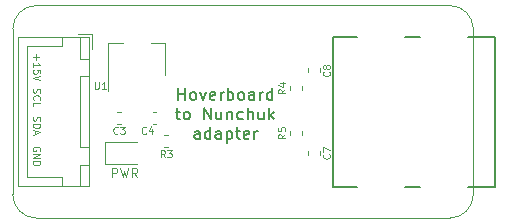
<source format=gto>
G04 #@! TF.GenerationSoftware,KiCad,Pcbnew,(6.0.0-rc1-dev-1-g01c5bdfb8)*
G04 #@! TF.CreationDate,2019-01-02T15:00:54+01:00*
G04 #@! TF.ProjectId,nunchuk_breakout,6E756E6368756B5F627265616B6F7574,rev?*
G04 #@! TF.SameCoordinates,Original*
G04 #@! TF.FileFunction,Legend,Top*
G04 #@! TF.FilePolarity,Positive*
%FSLAX46Y46*%
G04 Gerber Fmt 4.6, Leading zero omitted, Abs format (unit mm)*
G04 Created by KiCad (PCBNEW (6.0.0-rc1-dev-1-g01c5bdfb8)) date Wed Jan  2 15:00:54 2019*
%MOMM*%
%LPD*%
G01*
G04 APERTURE LIST*
%ADD10C,0.150000*%
%ADD11C,0.100000*%
%ADD12C,0.120000*%
G04 APERTURE END LIST*
D10*
X110023809Y-99002380D02*
X110023809Y-98002380D01*
X110023809Y-98478571D02*
X110595238Y-98478571D01*
X110595238Y-99002380D02*
X110595238Y-98002380D01*
X111214285Y-99002380D02*
X111119047Y-98954761D01*
X111071428Y-98907142D01*
X111023809Y-98811904D01*
X111023809Y-98526190D01*
X111071428Y-98430952D01*
X111119047Y-98383333D01*
X111214285Y-98335714D01*
X111357142Y-98335714D01*
X111452380Y-98383333D01*
X111500000Y-98430952D01*
X111547619Y-98526190D01*
X111547619Y-98811904D01*
X111500000Y-98907142D01*
X111452380Y-98954761D01*
X111357142Y-99002380D01*
X111214285Y-99002380D01*
X111880952Y-98335714D02*
X112119047Y-99002380D01*
X112357142Y-98335714D01*
X113119047Y-98954761D02*
X113023809Y-99002380D01*
X112833333Y-99002380D01*
X112738095Y-98954761D01*
X112690476Y-98859523D01*
X112690476Y-98478571D01*
X112738095Y-98383333D01*
X112833333Y-98335714D01*
X113023809Y-98335714D01*
X113119047Y-98383333D01*
X113166666Y-98478571D01*
X113166666Y-98573809D01*
X112690476Y-98669047D01*
X113595238Y-99002380D02*
X113595238Y-98335714D01*
X113595238Y-98526190D02*
X113642857Y-98430952D01*
X113690476Y-98383333D01*
X113785714Y-98335714D01*
X113880952Y-98335714D01*
X114214285Y-99002380D02*
X114214285Y-98002380D01*
X114214285Y-98383333D02*
X114309523Y-98335714D01*
X114500000Y-98335714D01*
X114595238Y-98383333D01*
X114642857Y-98430952D01*
X114690476Y-98526190D01*
X114690476Y-98811904D01*
X114642857Y-98907142D01*
X114595238Y-98954761D01*
X114500000Y-99002380D01*
X114309523Y-99002380D01*
X114214285Y-98954761D01*
X115261904Y-99002380D02*
X115166666Y-98954761D01*
X115119047Y-98907142D01*
X115071428Y-98811904D01*
X115071428Y-98526190D01*
X115119047Y-98430952D01*
X115166666Y-98383333D01*
X115261904Y-98335714D01*
X115404761Y-98335714D01*
X115500000Y-98383333D01*
X115547619Y-98430952D01*
X115595238Y-98526190D01*
X115595238Y-98811904D01*
X115547619Y-98907142D01*
X115500000Y-98954761D01*
X115404761Y-99002380D01*
X115261904Y-99002380D01*
X116452380Y-99002380D02*
X116452380Y-98478571D01*
X116404761Y-98383333D01*
X116309523Y-98335714D01*
X116119047Y-98335714D01*
X116023809Y-98383333D01*
X116452380Y-98954761D02*
X116357142Y-99002380D01*
X116119047Y-99002380D01*
X116023809Y-98954761D01*
X115976190Y-98859523D01*
X115976190Y-98764285D01*
X116023809Y-98669047D01*
X116119047Y-98621428D01*
X116357142Y-98621428D01*
X116452380Y-98573809D01*
X116928571Y-99002380D02*
X116928571Y-98335714D01*
X116928571Y-98526190D02*
X116976190Y-98430952D01*
X117023809Y-98383333D01*
X117119047Y-98335714D01*
X117214285Y-98335714D01*
X117976190Y-99002380D02*
X117976190Y-98002380D01*
X117976190Y-98954761D02*
X117880952Y-99002380D01*
X117690476Y-99002380D01*
X117595238Y-98954761D01*
X117547619Y-98907142D01*
X117500000Y-98811904D01*
X117500000Y-98526190D01*
X117547619Y-98430952D01*
X117595238Y-98383333D01*
X117690476Y-98335714D01*
X117880952Y-98335714D01*
X117976190Y-98383333D01*
X109809523Y-99985714D02*
X110190476Y-99985714D01*
X109952380Y-99652380D02*
X109952380Y-100509523D01*
X110000000Y-100604761D01*
X110095238Y-100652380D01*
X110190476Y-100652380D01*
X110666666Y-100652380D02*
X110571428Y-100604761D01*
X110523809Y-100557142D01*
X110476190Y-100461904D01*
X110476190Y-100176190D01*
X110523809Y-100080952D01*
X110571428Y-100033333D01*
X110666666Y-99985714D01*
X110809523Y-99985714D01*
X110904761Y-100033333D01*
X110952380Y-100080952D01*
X111000000Y-100176190D01*
X111000000Y-100461904D01*
X110952380Y-100557142D01*
X110904761Y-100604761D01*
X110809523Y-100652380D01*
X110666666Y-100652380D01*
X112190476Y-100652380D02*
X112190476Y-99652380D01*
X112761904Y-100652380D01*
X112761904Y-99652380D01*
X113666666Y-99985714D02*
X113666666Y-100652380D01*
X113238095Y-99985714D02*
X113238095Y-100509523D01*
X113285714Y-100604761D01*
X113380952Y-100652380D01*
X113523809Y-100652380D01*
X113619047Y-100604761D01*
X113666666Y-100557142D01*
X114142857Y-99985714D02*
X114142857Y-100652380D01*
X114142857Y-100080952D02*
X114190476Y-100033333D01*
X114285714Y-99985714D01*
X114428571Y-99985714D01*
X114523809Y-100033333D01*
X114571428Y-100128571D01*
X114571428Y-100652380D01*
X115476190Y-100604761D02*
X115380952Y-100652380D01*
X115190476Y-100652380D01*
X115095238Y-100604761D01*
X115047619Y-100557142D01*
X115000000Y-100461904D01*
X115000000Y-100176190D01*
X115047619Y-100080952D01*
X115095238Y-100033333D01*
X115190476Y-99985714D01*
X115380952Y-99985714D01*
X115476190Y-100033333D01*
X115904761Y-100652380D02*
X115904761Y-99652380D01*
X116333333Y-100652380D02*
X116333333Y-100128571D01*
X116285714Y-100033333D01*
X116190476Y-99985714D01*
X116047619Y-99985714D01*
X115952380Y-100033333D01*
X115904761Y-100080952D01*
X117238095Y-99985714D02*
X117238095Y-100652380D01*
X116809523Y-99985714D02*
X116809523Y-100509523D01*
X116857142Y-100604761D01*
X116952380Y-100652380D01*
X117095238Y-100652380D01*
X117190476Y-100604761D01*
X117238095Y-100557142D01*
X117714285Y-100652380D02*
X117714285Y-99652380D01*
X117809523Y-100271428D02*
X118095238Y-100652380D01*
X118095238Y-99985714D02*
X117714285Y-100366666D01*
X111833333Y-102302380D02*
X111833333Y-101778571D01*
X111785714Y-101683333D01*
X111690476Y-101635714D01*
X111500000Y-101635714D01*
X111404761Y-101683333D01*
X111833333Y-102254761D02*
X111738095Y-102302380D01*
X111500000Y-102302380D01*
X111404761Y-102254761D01*
X111357142Y-102159523D01*
X111357142Y-102064285D01*
X111404761Y-101969047D01*
X111500000Y-101921428D01*
X111738095Y-101921428D01*
X111833333Y-101873809D01*
X112738095Y-102302380D02*
X112738095Y-101302380D01*
X112738095Y-102254761D02*
X112642857Y-102302380D01*
X112452380Y-102302380D01*
X112357142Y-102254761D01*
X112309523Y-102207142D01*
X112261904Y-102111904D01*
X112261904Y-101826190D01*
X112309523Y-101730952D01*
X112357142Y-101683333D01*
X112452380Y-101635714D01*
X112642857Y-101635714D01*
X112738095Y-101683333D01*
X113642857Y-102302380D02*
X113642857Y-101778571D01*
X113595238Y-101683333D01*
X113500000Y-101635714D01*
X113309523Y-101635714D01*
X113214285Y-101683333D01*
X113642857Y-102254761D02*
X113547619Y-102302380D01*
X113309523Y-102302380D01*
X113214285Y-102254761D01*
X113166666Y-102159523D01*
X113166666Y-102064285D01*
X113214285Y-101969047D01*
X113309523Y-101921428D01*
X113547619Y-101921428D01*
X113642857Y-101873809D01*
X114119047Y-101635714D02*
X114119047Y-102635714D01*
X114119047Y-101683333D02*
X114214285Y-101635714D01*
X114404761Y-101635714D01*
X114500000Y-101683333D01*
X114547619Y-101730952D01*
X114595238Y-101826190D01*
X114595238Y-102111904D01*
X114547619Y-102207142D01*
X114500000Y-102254761D01*
X114404761Y-102302380D01*
X114214285Y-102302380D01*
X114119047Y-102254761D01*
X114880952Y-101635714D02*
X115261904Y-101635714D01*
X115023809Y-101302380D02*
X115023809Y-102159523D01*
X115071428Y-102254761D01*
X115166666Y-102302380D01*
X115261904Y-102302380D01*
X115976190Y-102254761D02*
X115880952Y-102302380D01*
X115690476Y-102302380D01*
X115595238Y-102254761D01*
X115547619Y-102159523D01*
X115547619Y-101778571D01*
X115595238Y-101683333D01*
X115690476Y-101635714D01*
X115880952Y-101635714D01*
X115976190Y-101683333D01*
X116023809Y-101778571D01*
X116023809Y-101873809D01*
X115547619Y-101969047D01*
X116452380Y-102302380D02*
X116452380Y-101635714D01*
X116452380Y-101826190D02*
X116500000Y-101730952D01*
X116547619Y-101683333D01*
X116642857Y-101635714D01*
X116738095Y-101635714D01*
D11*
X98300000Y-103292857D02*
X98328571Y-103235714D01*
X98328571Y-103150000D01*
X98300000Y-103064285D01*
X98242857Y-103007142D01*
X98185714Y-102978571D01*
X98071428Y-102950000D01*
X97985714Y-102950000D01*
X97871428Y-102978571D01*
X97814285Y-103007142D01*
X97757142Y-103064285D01*
X97728571Y-103150000D01*
X97728571Y-103207142D01*
X97757142Y-103292857D01*
X97785714Y-103321428D01*
X97985714Y-103321428D01*
X97985714Y-103207142D01*
X97728571Y-103578571D02*
X98328571Y-103578571D01*
X97728571Y-103921428D01*
X98328571Y-103921428D01*
X97728571Y-104207142D02*
X98328571Y-104207142D01*
X98328571Y-104350000D01*
X98300000Y-104435714D01*
X98242857Y-104492857D01*
X98185714Y-104521428D01*
X98071428Y-104550000D01*
X97985714Y-104550000D01*
X97871428Y-104521428D01*
X97814285Y-104492857D01*
X97757142Y-104435714D01*
X97728571Y-104350000D01*
X97728571Y-104207142D01*
X97757142Y-100421428D02*
X97728571Y-100507142D01*
X97728571Y-100650000D01*
X97757142Y-100707142D01*
X97785714Y-100735714D01*
X97842857Y-100764285D01*
X97900000Y-100764285D01*
X97957142Y-100735714D01*
X97985714Y-100707142D01*
X98014285Y-100650000D01*
X98042857Y-100535714D01*
X98071428Y-100478571D01*
X98100000Y-100450000D01*
X98157142Y-100421428D01*
X98214285Y-100421428D01*
X98271428Y-100450000D01*
X98300000Y-100478571D01*
X98328571Y-100535714D01*
X98328571Y-100678571D01*
X98300000Y-100764285D01*
X97728571Y-101021428D02*
X98328571Y-101021428D01*
X98328571Y-101164285D01*
X98300000Y-101250000D01*
X98242857Y-101307142D01*
X98185714Y-101335714D01*
X98071428Y-101364285D01*
X97985714Y-101364285D01*
X97871428Y-101335714D01*
X97814285Y-101307142D01*
X97757142Y-101250000D01*
X97728571Y-101164285D01*
X97728571Y-101021428D01*
X97900000Y-101592857D02*
X97900000Y-101878571D01*
X97728571Y-101535714D02*
X98328571Y-101735714D01*
X97728571Y-101935714D01*
X97757142Y-98035714D02*
X97728571Y-98121428D01*
X97728571Y-98264285D01*
X97757142Y-98321428D01*
X97785714Y-98350000D01*
X97842857Y-98378571D01*
X97900000Y-98378571D01*
X97957142Y-98350000D01*
X97985714Y-98321428D01*
X98014285Y-98264285D01*
X98042857Y-98150000D01*
X98071428Y-98092857D01*
X98100000Y-98064285D01*
X98157142Y-98035714D01*
X98214285Y-98035714D01*
X98271428Y-98064285D01*
X98300000Y-98092857D01*
X98328571Y-98150000D01*
X98328571Y-98292857D01*
X98300000Y-98378571D01*
X97785714Y-98978571D02*
X97757142Y-98950000D01*
X97728571Y-98864285D01*
X97728571Y-98807142D01*
X97757142Y-98721428D01*
X97814285Y-98664285D01*
X97871428Y-98635714D01*
X97985714Y-98607142D01*
X98071428Y-98607142D01*
X98185714Y-98635714D01*
X98242857Y-98664285D01*
X98300000Y-98721428D01*
X98328571Y-98807142D01*
X98328571Y-98864285D01*
X98300000Y-98950000D01*
X98271428Y-98978571D01*
X97728571Y-99521428D02*
X97728571Y-99235714D01*
X98328571Y-99235714D01*
X97957142Y-95142857D02*
X97957142Y-95600000D01*
X97728571Y-95371428D02*
X98185714Y-95371428D01*
X97728571Y-96200000D02*
X97728571Y-95857142D01*
X97728571Y-96028571D02*
X98328571Y-96028571D01*
X98242857Y-95971428D01*
X98185714Y-95914285D01*
X98157142Y-95857142D01*
X98328571Y-96742857D02*
X98328571Y-96457142D01*
X98042857Y-96428571D01*
X98071428Y-96457142D01*
X98100000Y-96514285D01*
X98100000Y-96657142D01*
X98071428Y-96714285D01*
X98042857Y-96742857D01*
X97985714Y-96771428D01*
X97842857Y-96771428D01*
X97785714Y-96742857D01*
X97757142Y-96714285D01*
X97728571Y-96657142D01*
X97728571Y-96514285D01*
X97757142Y-96457142D01*
X97785714Y-96428571D01*
X98328571Y-96942857D02*
X97728571Y-97142857D01*
X98328571Y-97342857D01*
X104383333Y-105561904D02*
X104383333Y-104761904D01*
X104688095Y-104761904D01*
X104764285Y-104800000D01*
X104802380Y-104838095D01*
X104840476Y-104914285D01*
X104840476Y-105028571D01*
X104802380Y-105104761D01*
X104764285Y-105142857D01*
X104688095Y-105180952D01*
X104383333Y-105180952D01*
X105107142Y-104761904D02*
X105297619Y-105561904D01*
X105450000Y-104990476D01*
X105602380Y-105561904D01*
X105792857Y-104761904D01*
X106554761Y-105561904D02*
X106288095Y-105180952D01*
X106097619Y-105561904D02*
X106097619Y-104761904D01*
X106402380Y-104761904D01*
X106478571Y-104800000D01*
X106516666Y-104838095D01*
X106554761Y-104914285D01*
X106554761Y-105028571D01*
X106516666Y-105104761D01*
X106478571Y-105142857D01*
X106402380Y-105180952D01*
X106097619Y-105180952D01*
X133000000Y-91000000D02*
G75*
G02X135000000Y-93000000I0J-2000000D01*
G01*
X135000000Y-107000000D02*
G75*
G02X133000000Y-109000000I-2000000J0D01*
G01*
X98000000Y-109000000D02*
G75*
G02X96000000Y-107000000I0J2000000D01*
G01*
X96000000Y-93000000D02*
G75*
G02X98000000Y-91000000I2000000J0D01*
G01*
X135000000Y-107000000D02*
X135000000Y-93000000D01*
X98000000Y-109000000D02*
X133000000Y-109000000D01*
X96000000Y-93000000D02*
X96000000Y-107000000D01*
X133000000Y-91000000D02*
X98000000Y-91000000D01*
D12*
G04 #@! TO.C,J2*
X102460000Y-93690000D02*
X96490000Y-93690000D01*
X96490000Y-93690000D02*
X96490000Y-106310000D01*
X96490000Y-106310000D02*
X102460000Y-106310000D01*
X102460000Y-106310000D02*
X102460000Y-93690000D01*
X102450000Y-97000000D02*
X101700000Y-97000000D01*
X101700000Y-97000000D02*
X101700000Y-103000000D01*
X101700000Y-103000000D02*
X102450000Y-103000000D01*
X102450000Y-103000000D02*
X102450000Y-97000000D01*
X102450000Y-93700000D02*
X101700000Y-93700000D01*
X101700000Y-93700000D02*
X101700000Y-95500000D01*
X101700000Y-95500000D02*
X102450000Y-95500000D01*
X102450000Y-95500000D02*
X102450000Y-93700000D01*
X102450000Y-104500000D02*
X101700000Y-104500000D01*
X101700000Y-104500000D02*
X101700000Y-106300000D01*
X101700000Y-106300000D02*
X102450000Y-106300000D01*
X102450000Y-106300000D02*
X102450000Y-104500000D01*
X100200000Y-93700000D02*
X100200000Y-94450000D01*
X100200000Y-94450000D02*
X97250000Y-94450000D01*
X97250000Y-94450000D02*
X97250000Y-100000000D01*
X100200000Y-106300000D02*
X100200000Y-105550000D01*
X100200000Y-105550000D02*
X97250000Y-105550000D01*
X97250000Y-105550000D02*
X97250000Y-100000000D01*
X102750000Y-94650000D02*
X102750000Y-93400000D01*
X102750000Y-93400000D02*
X101500000Y-93400000D01*
G04 #@! TO.C,U1*
X107700000Y-94220000D02*
X108900000Y-94220000D01*
X108900000Y-94220000D02*
X108900000Y-96920000D01*
X104100000Y-98220000D02*
X104100000Y-94220000D01*
X104100000Y-94220000D02*
X105300000Y-94220000D01*
G04 #@! TO.C,C8*
X122010000Y-96662779D02*
X122010000Y-96337221D01*
X120990000Y-96662779D02*
X120990000Y-96337221D01*
G04 #@! TO.C,C7*
X120990000Y-103662779D02*
X120990000Y-103337221D01*
X122010000Y-103662779D02*
X122010000Y-103337221D01*
G04 #@! TO.C,C4*
X108162779Y-99990000D02*
X107837221Y-99990000D01*
X108162779Y-101010000D02*
X107837221Y-101010000D01*
G04 #@! TO.C,C3*
X104837221Y-99990000D02*
X105162779Y-99990000D01*
X104837221Y-101010000D02*
X105162779Y-101010000D01*
G04 #@! TO.C,D3*
X106500000Y-102540000D02*
X103815000Y-102540000D01*
X103815000Y-102540000D02*
X103815000Y-104460000D01*
X103815000Y-104460000D02*
X106500000Y-104460000D01*
G04 #@! TO.C,R5*
X120510000Y-101624722D02*
X120510000Y-101950280D01*
X119490000Y-101624722D02*
X119490000Y-101950280D01*
G04 #@! TO.C,R4*
X120510000Y-98162779D02*
X120510000Y-97837221D01*
X119490000Y-98162779D02*
X119490000Y-97837221D01*
G04 #@! TO.C,R3*
X108837221Y-101990000D02*
X109162779Y-101990000D01*
X108837221Y-103010000D02*
X109162779Y-103010000D01*
D10*
G04 #@! TO.C,P1*
X134572000Y-93650000D02*
X136858000Y-93650000D01*
X136858000Y-93650000D02*
X136858000Y-106350000D01*
X136858000Y-106350000D02*
X134572000Y-106350000D01*
X129238000Y-106350000D02*
X130508000Y-106350000D01*
X129238000Y-93650000D02*
X130508000Y-93650000D01*
X123142000Y-93650000D02*
X125174000Y-93650000D01*
X123142000Y-106350000D02*
X125174000Y-106350000D01*
X123142000Y-106350000D02*
X123142000Y-93650000D01*
G04 #@! TD*
G04 #@! TO.C,U1*
D11*
X102942857Y-97471428D02*
X102942857Y-97957142D01*
X102971428Y-98014285D01*
X103000000Y-98042857D01*
X103057142Y-98071428D01*
X103171428Y-98071428D01*
X103228571Y-98042857D01*
X103257142Y-98014285D01*
X103285714Y-97957142D01*
X103285714Y-97471428D01*
X103885714Y-98071428D02*
X103542857Y-98071428D01*
X103714285Y-98071428D02*
X103714285Y-97471428D01*
X103657142Y-97557142D01*
X103600000Y-97614285D01*
X103542857Y-97642857D01*
G04 #@! TO.C,C8*
X122814285Y-96600000D02*
X122842857Y-96628571D01*
X122871428Y-96714285D01*
X122871428Y-96771428D01*
X122842857Y-96857142D01*
X122785714Y-96914285D01*
X122728571Y-96942857D01*
X122614285Y-96971428D01*
X122528571Y-96971428D01*
X122414285Y-96942857D01*
X122357142Y-96914285D01*
X122300000Y-96857142D01*
X122271428Y-96771428D01*
X122271428Y-96714285D01*
X122300000Y-96628571D01*
X122328571Y-96600000D01*
X122528571Y-96257142D02*
X122500000Y-96314285D01*
X122471428Y-96342857D01*
X122414285Y-96371428D01*
X122385714Y-96371428D01*
X122328571Y-96342857D01*
X122300000Y-96314285D01*
X122271428Y-96257142D01*
X122271428Y-96142857D01*
X122300000Y-96085714D01*
X122328571Y-96057142D01*
X122385714Y-96028571D01*
X122414285Y-96028571D01*
X122471428Y-96057142D01*
X122500000Y-96085714D01*
X122528571Y-96142857D01*
X122528571Y-96257142D01*
X122557142Y-96314285D01*
X122585714Y-96342857D01*
X122642857Y-96371428D01*
X122757142Y-96371428D01*
X122814285Y-96342857D01*
X122842857Y-96314285D01*
X122871428Y-96257142D01*
X122871428Y-96142857D01*
X122842857Y-96085714D01*
X122814285Y-96057142D01*
X122757142Y-96028571D01*
X122642857Y-96028571D01*
X122585714Y-96057142D01*
X122557142Y-96085714D01*
X122528571Y-96142857D01*
G04 #@! TO.C,C7*
X122814285Y-103600000D02*
X122842857Y-103628571D01*
X122871428Y-103714285D01*
X122871428Y-103771428D01*
X122842857Y-103857142D01*
X122785714Y-103914285D01*
X122728571Y-103942857D01*
X122614285Y-103971428D01*
X122528571Y-103971428D01*
X122414285Y-103942857D01*
X122357142Y-103914285D01*
X122300000Y-103857142D01*
X122271428Y-103771428D01*
X122271428Y-103714285D01*
X122300000Y-103628571D01*
X122328571Y-103600000D01*
X122271428Y-103400000D02*
X122271428Y-103000000D01*
X122871428Y-103257142D01*
G04 #@! TO.C,C4*
X107300000Y-101814285D02*
X107271428Y-101842857D01*
X107185714Y-101871428D01*
X107128571Y-101871428D01*
X107042857Y-101842857D01*
X106985714Y-101785714D01*
X106957142Y-101728571D01*
X106928571Y-101614285D01*
X106928571Y-101528571D01*
X106957142Y-101414285D01*
X106985714Y-101357142D01*
X107042857Y-101300000D01*
X107128571Y-101271428D01*
X107185714Y-101271428D01*
X107271428Y-101300000D01*
X107300000Y-101328571D01*
X107814285Y-101471428D02*
X107814285Y-101871428D01*
X107671428Y-101242857D02*
X107528571Y-101671428D01*
X107900000Y-101671428D01*
G04 #@! TO.C,C3*
X104900000Y-101814285D02*
X104871428Y-101842857D01*
X104785714Y-101871428D01*
X104728571Y-101871428D01*
X104642857Y-101842857D01*
X104585714Y-101785714D01*
X104557142Y-101728571D01*
X104528571Y-101614285D01*
X104528571Y-101528571D01*
X104557142Y-101414285D01*
X104585714Y-101357142D01*
X104642857Y-101300000D01*
X104728571Y-101271428D01*
X104785714Y-101271428D01*
X104871428Y-101300000D01*
X104900000Y-101328571D01*
X105100000Y-101271428D02*
X105471428Y-101271428D01*
X105271428Y-101500000D01*
X105357142Y-101500000D01*
X105414285Y-101528571D01*
X105442857Y-101557142D01*
X105471428Y-101614285D01*
X105471428Y-101757142D01*
X105442857Y-101814285D01*
X105414285Y-101842857D01*
X105357142Y-101871428D01*
X105185714Y-101871428D01*
X105128571Y-101842857D01*
X105100000Y-101814285D01*
G04 #@! TO.C,R5*
X119071428Y-101900000D02*
X118785714Y-102100000D01*
X119071428Y-102242857D02*
X118471428Y-102242857D01*
X118471428Y-102014285D01*
X118500000Y-101957142D01*
X118528571Y-101928571D01*
X118585714Y-101900000D01*
X118671428Y-101900000D01*
X118728571Y-101928571D01*
X118757142Y-101957142D01*
X118785714Y-102014285D01*
X118785714Y-102242857D01*
X118471428Y-101357142D02*
X118471428Y-101642857D01*
X118757142Y-101671428D01*
X118728571Y-101642857D01*
X118700000Y-101585714D01*
X118700000Y-101442857D01*
X118728571Y-101385714D01*
X118757142Y-101357142D01*
X118814285Y-101328571D01*
X118957142Y-101328571D01*
X119014285Y-101357142D01*
X119042857Y-101385714D01*
X119071428Y-101442857D01*
X119071428Y-101585714D01*
X119042857Y-101642857D01*
X119014285Y-101671428D01*
G04 #@! TO.C,R4*
X119071428Y-98100000D02*
X118785714Y-98300000D01*
X119071428Y-98442857D02*
X118471428Y-98442857D01*
X118471428Y-98214285D01*
X118500000Y-98157142D01*
X118528571Y-98128571D01*
X118585714Y-98100000D01*
X118671428Y-98100000D01*
X118728571Y-98128571D01*
X118757142Y-98157142D01*
X118785714Y-98214285D01*
X118785714Y-98442857D01*
X118671428Y-97585714D02*
X119071428Y-97585714D01*
X118442857Y-97728571D02*
X118871428Y-97871428D01*
X118871428Y-97500000D01*
G04 #@! TO.C,R3*
X108900000Y-103871428D02*
X108700000Y-103585714D01*
X108557142Y-103871428D02*
X108557142Y-103271428D01*
X108785714Y-103271428D01*
X108842857Y-103300000D01*
X108871428Y-103328571D01*
X108900000Y-103385714D01*
X108900000Y-103471428D01*
X108871428Y-103528571D01*
X108842857Y-103557142D01*
X108785714Y-103585714D01*
X108557142Y-103585714D01*
X109100000Y-103271428D02*
X109471428Y-103271428D01*
X109271428Y-103500000D01*
X109357142Y-103500000D01*
X109414285Y-103528571D01*
X109442857Y-103557142D01*
X109471428Y-103614285D01*
X109471428Y-103757142D01*
X109442857Y-103814285D01*
X109414285Y-103842857D01*
X109357142Y-103871428D01*
X109185714Y-103871428D01*
X109128571Y-103842857D01*
X109100000Y-103814285D01*
G04 #@! TD*
M02*

</source>
